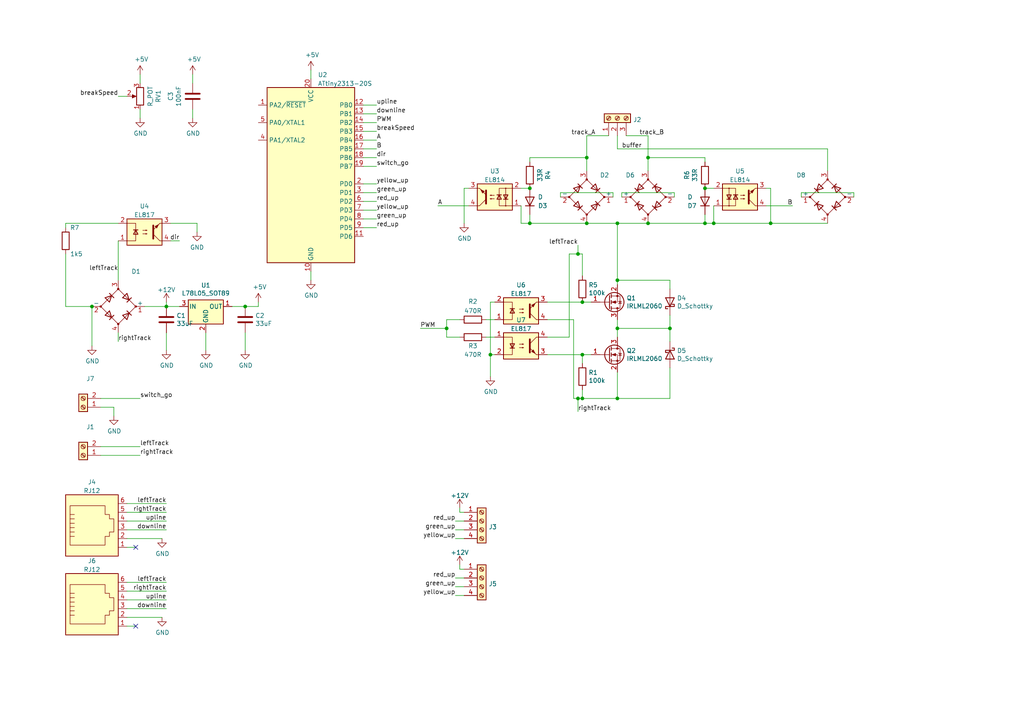
<source format=kicad_sch>
(kicad_sch (version 20211123) (generator eeschema)
  (paper "A4")
  (lib_symbols
    (symbol "Connector:RJ12" (pin_names (offset 1.016))
      (property "Reference" "J" (at -5.08 11.43 0))
      (property "Value" "RJ12" (at 2.54 11.43 0))
      (symbol "RJ12_0_1"
        (polyline (pts (xy -6.35 -1.905) (xy -5.08 -1.905) (xy -5.08 -1.905)))
        (polyline (pts (xy -6.35 -0.635) (xy -5.08 -0.635) (xy -5.08 -0.635)))
        (polyline (pts (xy -6.35 0.635) (xy -5.08 0.635) (xy -5.08 0.635)))
        (polyline (pts (xy -6.35 1.905) (xy -5.08 1.905) (xy -5.08 1.905)))
        (polyline (pts (xy -6.35 3.175) (xy -5.08 3.175) (xy -5.08 3.175)))
        (polyline (pts (xy -5.08 4.445) (xy -6.35 4.445) (xy -6.35 4.445)))
        (polyline (pts (xy -6.35 -4.445) (xy -6.35 6.985) (xy 3.81 6.985) (xy 3.81 4.445) (xy 5.08 4.445) (xy 5.08 3.175) (xy 6.35 3.175) (xy 6.35 -0.635) (xy 5.08 -0.635) (xy 5.08 -1.905) (xy 3.81 -1.905) (xy 3.81 -4.445) (xy -6.35 -4.445) (xy -6.35 -4.445)))
        (rectangle (start 7.62 10.16) (end -7.62 -7.62) (stroke (width 0.254)) (fill (type background)))
      )
      (symbol "RJ12_1_1"
        (pin passive line (at 10.16 -5.08 180) (length 2.54) (name "~") (number "1"))
        (pin passive line (at 10.16 -2.54 180) (length 2.54) (name "~") (number "2"))
        (pin passive line (at 10.16 0 180) (length 2.54) (name "~") (number "3"))
        (pin passive line (at 10.16 2.54 180) (length 2.54) (name "~") (number "4"))
        (pin passive line (at 10.16 5.08 180) (length 2.54) (name "~") (number "5"))
        (pin passive line (at 10.16 7.62 180) (length 2.54) (name "~") (number "6"))
      )
    )
    (symbol "Connector:Screw_Terminal_01x02" (pin_names (offset 1.016) hide)
      (property "Reference" "J" (at 0 2.54 0))
      (property "Value" "Screw_Terminal_01x02" (at 0 -5.08 0))
      (symbol "Screw_Terminal_01x02_1_1"
        (rectangle (start -1.27 1.27) (end 1.27 -3.81) (stroke (width 0.254)) (fill (type background)))
        (circle (center 0 -2.54) (radius 0.635) (stroke (width 0.1524)))
        (polyline (pts (xy -0.5334 -2.2098) (xy 0.3302 -3.048)) (stroke (width 0.1524)))
        (polyline (pts (xy -0.5334 0.3302) (xy 0.3302 -0.508)) (stroke (width 0.1524)))
        (polyline (pts (xy -0.3556 -2.032) (xy 0.508 -2.8702)) (stroke (width 0.1524)))
        (polyline (pts (xy -0.3556 0.508) (xy 0.508 -0.3302)) (stroke (width 0.1524)))
        (circle (center 0 0) (radius 0.635) (stroke (width 0.1524)))
        (pin passive line (at -5.08 0 0) (length 3.81) (name "Pin_1") (number "1"))
        (pin passive line (at -5.08 -2.54 0) (length 3.81) (name "Pin_2") (number "2"))
      )
    )
    (symbol "Connector:Screw_Terminal_01x03" (pin_names (offset 1.016) hide)
      (property "Reference" "J" (at 0 5.08 0))
      (property "Value" "Screw_Terminal_01x03" (at 0 -5.08 0))
      (symbol "Screw_Terminal_01x03_1_1"
        (rectangle (start -1.27 3.81) (end 1.27 -3.81) (stroke (width 0.254)) (fill (type background)))
        (circle (center 0 -2.54) (radius 0.635) (stroke (width 0.1524)))
        (polyline (pts (xy -0.5334 -2.2098) (xy 0.3302 -3.048)) (stroke (width 0.1524)))
        (polyline (pts (xy -0.5334 0.3302) (xy 0.3302 -0.508)) (stroke (width 0.1524)))
        (polyline (pts (xy -0.5334 2.8702) (xy 0.3302 2.032)) (stroke (width 0.1524)))
        (polyline (pts (xy -0.3556 -2.032) (xy 0.508 -2.8702)) (stroke (width 0.1524)))
        (polyline (pts (xy -0.3556 0.508) (xy 0.508 -0.3302)) (stroke (width 0.1524)))
        (polyline (pts (xy -0.3556 3.048) (xy 0.508 2.2098)) (stroke (width 0.1524)))
        (circle (center 0 0) (radius 0.635) (stroke (width 0.1524)))
        (circle (center 0 2.54) (radius 0.635) (stroke (width 0.1524)))
        (pin passive line (at -5.08 2.54 0) (length 3.81) (name "Pin_1") (number "1"))
        (pin passive line (at -5.08 0 0) (length 3.81) (name "Pin_2") (number "2"))
        (pin passive line (at -5.08 -2.54 0) (length 3.81) (name "Pin_3") (number "3"))
      )
    )
    (symbol "Connector:Screw_Terminal_01x04" (pin_names (offset 1.016) hide)
      (property "Reference" "J" (at 0 5.08 0))
      (property "Value" "Screw_Terminal_01x04" (at 0 -7.62 0))
      (symbol "Screw_Terminal_01x04_1_1"
        (rectangle (start -1.27 3.81) (end 1.27 -6.35) (stroke (width 0.254)) (fill (type background)))
        (circle (center 0 -5.08) (radius 0.635) (stroke (width 0.1524)))
        (circle (center 0 -2.54) (radius 0.635) (stroke (width 0.1524)))
        (polyline (pts (xy -0.5334 -4.7498) (xy 0.3302 -5.588)) (stroke (width 0.1524)))
        (polyline (pts (xy -0.5334 -2.2098) (xy 0.3302 -3.048)) (stroke (width 0.1524)))
        (polyline (pts (xy -0.5334 0.3302) (xy 0.3302 -0.508)) (stroke (width 0.1524)))
        (polyline (pts (xy -0.5334 2.8702) (xy 0.3302 2.032)) (stroke (width 0.1524)))
        (polyline (pts (xy -0.3556 -4.572) (xy 0.508 -5.4102)) (stroke (width 0.1524)))
        (polyline (pts (xy -0.3556 -2.032) (xy 0.508 -2.8702)) (stroke (width 0.1524)))
        (polyline (pts (xy -0.3556 0.508) (xy 0.508 -0.3302)) (stroke (width 0.1524)))
        (polyline (pts (xy -0.3556 3.048) (xy 0.508 2.2098)) (stroke (width 0.1524)))
        (circle (center 0 0) (radius 0.635) (stroke (width 0.1524)))
        (circle (center 0 2.54) (radius 0.635) (stroke (width 0.1524)))
        (pin passive line (at -5.08 2.54 0) (length 3.81) (name "Pin_1") (number "1"))
        (pin passive line (at -5.08 0 0) (length 3.81) (name "Pin_2") (number "2"))
        (pin passive line (at -5.08 -2.54 0) (length 3.81) (name "Pin_3") (number "3"))
        (pin passive line (at -5.08 -5.08 0) (length 3.81) (name "Pin_4") (number "4"))
      )
    )
    (symbol "Device:C" (pin_numbers hide) (pin_names (offset 0.254))
      (property "Reference" "C" (at 0.635 2.54 0))
      (property "Value" "C" (at 0.635 -2.54 0))
      (symbol "C_0_1"
        (polyline (pts (xy -2.032 -0.762) (xy 2.032 -0.762)) (stroke (width 0.508)))
        (polyline (pts (xy -2.032 0.762) (xy 2.032 0.762)) (stroke (width 0.508)))
      )
      (symbol "C_1_1"
        (pin passive line (at 0 3.81 270) (length 2.794) (name "~") (number "1"))
        (pin passive line (at 0 -3.81 90) (length 2.794) (name "~") (number "2"))
      )
    )
    (symbol "Device:D" (pin_numbers hide) (pin_names (offset 1.016) hide)
      (property "Reference" "D" (at 0 2.54 0))
      (property "Value" "D" (at 0 -2.54 0))
      (symbol "D_0_1"
        (polyline (pts (xy -1.27 1.27) (xy -1.27 -1.27)) (stroke (width 0.254)))
        (polyline (pts (xy 1.27 0) (xy -1.27 0)))
        (polyline (pts (xy 1.27 1.27) (xy 1.27 -1.27) (xy -1.27 0) (xy 1.27 1.27)) (stroke (width 0.254)))
      )
      (symbol "D_1_1"
        (pin passive line (at -3.81 0 0) (length 2.54) (name "K") (number "1"))
        (pin passive line (at 3.81 0 180) (length 2.54) (name "A") (number "2"))
      )
    )
    (symbol "Device:D_Bridge_+-AA" (pin_names (offset 0))
      (property "Reference" "D" (at 2.54 6.985 0))
      (property "Value" "D_Bridge_+-AA" (at 2.54 5.08 0))
      (symbol "D_Bridge_+-AA_0_1"
        (circle (center -5.08 0) (radius 0.254) (fill (type outline)))
        (circle (center 0 -5.08) (radius 0.254) (fill (type outline)))
        (polyline (pts (xy -2.54 3.81) (xy -1.27 2.54)) (stroke (width 0.254)))
        (polyline (pts (xy -1.27 -2.54) (xy -2.54 -3.81)) (stroke (width 0.254)))
        (polyline (pts (xy 2.54 -1.27) (xy 3.81 -2.54)) (stroke (width 0.254)))
        (polyline (pts (xy 2.54 1.27) (xy 3.81 2.54)) (stroke (width 0.254)))
        (polyline (pts (xy -3.81 2.54) (xy -2.54 1.27) (xy -1.905 3.175) (xy -3.81 2.54)) (stroke (width 0.254)))
        (polyline (pts (xy -2.54 -1.27) (xy -3.81 -2.54) (xy -1.905 -3.175) (xy -2.54 -1.27)) (stroke (width 0.254)))
        (polyline (pts (xy 1.27 2.54) (xy 2.54 3.81) (xy 3.175 1.905) (xy 1.27 2.54)) (stroke (width 0.254)))
        (polyline (pts (xy 3.175 -1.905) (xy 1.27 -2.54) (xy 2.54 -3.81) (xy 3.175 -1.905)) (stroke (width 0.254)))
        (polyline (pts (xy -5.08 0) (xy 0 -5.08) (xy 5.08 0) (xy 0 5.08) (xy -5.08 0)))
        (circle (center 0 5.08) (radius 0.254) (fill (type outline)))
        (circle (center 5.08 0) (radius 0.254) (fill (type outline)))
      )
      (symbol "D_Bridge_+-AA_1_1"
        (pin passive line (at 7.62 0 180) (length 2.54) (name "+") (number "1"))
        (pin passive line (at -7.62 0 0) (length 2.54) (name "-") (number "2"))
        (pin passive line (at 0 7.62 270) (length 2.54) (name "~") (number "3"))
        (pin passive line (at 0 -7.62 90) (length 2.54) (name "~") (number "4"))
      )
    )
    (symbol "Device:D_Schottky" (pin_numbers hide) (pin_names (offset 1.016) hide)
      (property "Reference" "D" (at 0 2.54 0))
      (property "Value" "D_Schottky" (at 0 -2.54 0))
      (symbol "D_Schottky_0_1"
        (polyline (pts (xy 1.27 0) (xy -1.27 0)))
        (polyline (pts (xy 1.27 1.27) (xy 1.27 -1.27) (xy -1.27 0) (xy 1.27 1.27)) (stroke (width 0.254)))
        (polyline (pts (xy -1.905 0.635) (xy -1.905 1.27) (xy -1.27 1.27) (xy -1.27 -1.27) (xy -0.635 -1.27) (xy -0.635 -0.635)) (stroke (width 0.254)))
      )
      (symbol "D_Schottky_1_1"
        (pin passive line (at -3.81 0 0) (length 2.54) (name "K") (number "1"))
        (pin passive line (at 3.81 0 180) (length 2.54) (name "A") (number "2"))
      )
    )
    (symbol "Device:R" (pin_numbers hide) (pin_names (offset 0))
      (property "Reference" "R" (at 2.032 0 90))
      (property "Value" "R" (at 0 0 90))
      (symbol "R_0_1"
        (rectangle (start -1.016 -2.54) (end 1.016 2.54) (stroke (width 0.254)))
      )
      (symbol "R_1_1"
        (pin passive line (at 0 3.81 270) (length 1.27) (name "~") (number "1"))
        (pin passive line (at 0 -3.81 90) (length 1.27) (name "~") (number "2"))
      )
    )
    (symbol "Device:R_POT" (pin_names (offset 1.016) hide)
      (property "Reference" "RV" (at -4.445 0 90))
      (property "Value" "Device_R_POT" (at -2.54 0 90))
      (symbol "R_POT_0_1"
        (polyline (pts (xy 2.54 0) (xy 1.524 0)))
        (polyline (pts (xy 1.143 0) (xy 2.286 0.508) (xy 2.286 -0.508) (xy 1.143 0)) (fill (type outline)))
        (rectangle (start 1.016 2.54) (end -1.016 -2.54) (stroke (width 0.254)))
      )
      (symbol "R_POT_1_1"
        (pin passive line (at 0 3.81 270) (length 1.27) (name "1") (number "1"))
        (pin passive line (at 3.81 0 180) (length 1.27) (name "2") (number "2"))
        (pin passive line (at 0 -3.81 90) (length 1.27) (name "3") (number "3"))
      )
    )
    (symbol "Isolator:EL814" (pin_names (offset 1.016))
      (property "Reference" "U" (at -5.334 4.826 0))
      (property "Value" "EL814" (at 0 5.08 0))
      (symbol "EL814_0_1"
        (rectangle (start -5.08 3.81) (end 5.08 -3.81) (stroke (width 0.254)) (fill (type background)))
        (circle (center -3.175 -2.54) (radius 0.127))
        (circle (center -3.175 2.54) (radius 0.127))
        (polyline (pts (xy -3.81 0.635) (xy -2.54 0.635)) (stroke (width 0.254)))
        (polyline (pts (xy -3.175 -0.635) (xy -3.175 -2.54)))
        (polyline (pts (xy -3.175 0.635) (xy -3.175 -0.635)))
        (polyline (pts (xy -3.175 0.635) (xy -3.175 2.54)))
        (polyline (pts (xy -1.905 -0.635) (xy -0.635 -0.635)) (stroke (width 0.254)))
        (polyline (pts (xy -1.27 0.635) (xy -1.27 -0.635)))
        (polyline (pts (xy 2.54 0.635) (xy 4.445 2.54)))
        (polyline (pts (xy 4.445 -2.54) (xy 2.54 -0.635)) (fill (type outline)))
        (polyline (pts (xy 4.445 -2.54) (xy 5.08 -2.54)))
        (polyline (pts (xy 4.445 2.54) (xy 5.08 2.54)))
        (polyline (pts (xy -5.08 2.54) (xy -1.27 2.54) (xy -1.27 0.635)))
        (polyline (pts (xy -1.27 -0.635) (xy -1.27 -2.54) (xy -5.08 -2.54)))
        (polyline (pts (xy 2.54 1.905) (xy 2.54 -1.905) (xy 2.54 -1.905)) (stroke (width 0.508)))
        (polyline (pts (xy -3.175 0.635) (xy -3.81 -0.635) (xy -2.54 -0.635) (xy -3.175 0.635)) (stroke (width 0.254)))
        (polyline (pts (xy -1.27 -0.635) (xy -1.905 0.635) (xy -0.635 0.635) (xy -1.27 -0.635)) (stroke (width 0.254)))
        (polyline (pts (xy 0.127 -0.508) (xy 1.397 -0.508) (xy 1.016 -0.635) (xy 1.016 -0.381) (xy 1.397 -0.508)))
        (polyline (pts (xy 0.127 0.508) (xy 1.397 0.508) (xy 1.016 0.381) (xy 1.016 0.635) (xy 1.397 0.508)))
        (polyline (pts (xy 3.048 -1.651) (xy 3.556 -1.143) (xy 4.064 -2.159) (xy 3.048 -1.651) (xy 3.048 -1.651)) (fill (type outline)))
      )
      (symbol "EL814_1_1"
        (pin passive line (at -7.62 2.54 0) (length 2.54) (name "~") (number "1"))
        (pin passive line (at -7.62 -2.54 0) (length 2.54) (name "~") (number "2"))
        (pin passive line (at 7.62 -2.54 180) (length 2.54) (name "~") (number "3"))
        (pin passive line (at 7.62 2.54 180) (length 2.54) (name "~") (number "4"))
      )
    )
    (symbol "Isolator:EL817" (pin_names (offset 1.016))
      (property "Reference" "U" (at -5.08 5.08 0))
      (property "Value" "EL817" (at 0 5.08 0))
      (symbol "EL817_0_1"
        (rectangle (start -5.08 3.81) (end 5.08 -3.81) (stroke (width 0.254)) (fill (type background)))
        (polyline (pts (xy -3.175 -0.635) (xy -1.905 -0.635)) (stroke (width 0.254)))
        (polyline (pts (xy 2.54 0.635) (xy 4.445 2.54)))
        (polyline (pts (xy 4.445 -2.54) (xy 2.54 -0.635)) (fill (type outline)))
        (polyline (pts (xy 4.445 -2.54) (xy 5.08 -2.54)))
        (polyline (pts (xy 4.445 2.54) (xy 5.08 2.54)))
        (polyline (pts (xy -5.08 2.54) (xy -2.54 2.54) (xy -2.54 -0.635)))
        (polyline (pts (xy -2.54 -0.635) (xy -2.54 -2.54) (xy -5.08 -2.54)))
        (polyline (pts (xy 2.54 1.905) (xy 2.54 -1.905) (xy 2.54 -1.905)) (stroke (width 0.508)))
        (polyline (pts (xy -2.54 -0.635) (xy -3.175 0.635) (xy -1.905 0.635) (xy -2.54 -0.635)) (stroke (width 0.254)))
        (polyline (pts (xy -0.508 -0.508) (xy 0.762 -0.508) (xy 0.381 -0.635) (xy 0.381 -0.381) (xy 0.762 -0.508)))
        (polyline (pts (xy -0.508 0.508) (xy 0.762 0.508) (xy 0.381 0.381) (xy 0.381 0.635) (xy 0.762 0.508)))
        (polyline (pts (xy 3.048 -1.651) (xy 3.556 -1.143) (xy 4.064 -2.159) (xy 3.048 -1.651) (xy 3.048 -1.651)) (fill (type outline)))
      )
      (symbol "EL817_1_1"
        (pin passive line (at -7.62 2.54 0) (length 2.54) (name "~") (number "1"))
        (pin passive line (at -7.62 -2.54 0) (length 2.54) (name "~") (number "2"))
        (pin passive line (at 7.62 -2.54 180) (length 2.54) (name "~") (number "3"))
        (pin passive line (at 7.62 2.54 180) (length 2.54) (name "~") (number "4"))
      )
    )
    (symbol "MCU_Microchip_ATtiny:ATtiny2313-20S"
      (property "Reference" "U" (at -12.7 26.67 0))
      (property "Value" "ATtiny2313-20S" (at 2.54 -26.67 0))
      (symbol "ATtiny2313-20S_0_1"
        (rectangle (start -12.7 -25.4) (end 12.7 25.4) (stroke (width 0.254)) (fill (type background)))
      )
      (symbol "ATtiny2313-20S_1_1"
        (pin bidirectional line (at -15.24 20.32 0) (length 2.54) (name "PA2/~{RESET}") (number "1"))
        (pin power_in line (at 0 -27.94 90) (length 2.54) (name "GND") (number "10"))
        (pin bidirectional line (at 15.24 -17.78 180) (length 2.54) (name "PD6") (number "11"))
        (pin bidirectional line (at 15.24 20.32 180) (length 2.54) (name "PB0") (number "12"))
        (pin bidirectional line (at 15.24 17.78 180) (length 2.54) (name "PB1") (number "13"))
        (pin bidirectional line (at 15.24 15.24 180) (length 2.54) (name "PB2") (number "14"))
        (pin bidirectional line (at 15.24 12.7 180) (length 2.54) (name "PB3") (number "15"))
        (pin bidirectional line (at 15.24 10.16 180) (length 2.54) (name "PB4") (number "16"))
        (pin bidirectional line (at 15.24 7.62 180) (length 2.54) (name "PB5") (number "17"))
        (pin bidirectional line (at 15.24 5.08 180) (length 2.54) (name "PB6") (number "18"))
        (pin bidirectional line (at 15.24 2.54 180) (length 2.54) (name "PB7") (number "19"))
        (pin bidirectional line (at 15.24 -2.54 180) (length 2.54) (name "PD0") (number "2"))
        (pin power_in line (at 0 27.94 270) (length 2.54) (name "VCC") (number "20"))
        (pin bidirectional line (at 15.24 -5.08 180) (length 2.54) (name "PD1") (number "3"))
        (pin bidirectional line (at -15.24 10.16 0) (length 2.54) (name "PA1/XTAL2") (number "4"))
        (pin bidirectional line (at -15.24 15.24 0) (length 2.54) (name "PA0/XTAL1") (number "5"))
        (pin bidirectional line (at 15.24 -7.62 180) (length 2.54) (name "PD2") (number "6"))
        (pin bidirectional line (at 15.24 -10.16 180) (length 2.54) (name "PD3") (number "7"))
        (pin bidirectional line (at 15.24 -12.7 180) (length 2.54) (name "PD4") (number "8"))
        (pin bidirectional line (at 15.24 -15.24 180) (length 2.54) (name "PD5") (number "9"))
      )
    )
    (symbol "Regulator_Linear:L78L05_SOT89" (pin_names (offset 0.254))
      (property "Reference" "U" (at -3.81 3.175 0))
      (property "Value" "L78L05_SOT89" (at -0.635 3.175 0))
      (symbol "L78L05_SOT89_0_1"
        (rectangle (start -5.08 1.905) (end 5.08 -5.08) (stroke (width 0.254)) (fill (type background)))
      )
      (symbol "L78L05_SOT89_1_1"
        (pin power_out line (at 7.62 0 180) (length 2.54) (name "OUT") (number "1"))
        (pin power_in line (at 0 -7.62 90) (length 2.54) (name "GND") (number "2"))
        (pin power_in line (at -7.62 0 0) (length 2.54) (name "IN") (number "3"))
      )
    )
    (symbol "Transistor_FET:IRLML2060" (pin_names hide)
      (property "Reference" "Q" (at 5.08 1.905 0))
      (property "Value" "IRLML2060" (at 5.08 0 0))
      (symbol "IRLML2060_0_1"
        (polyline (pts (xy 0.254 0) (xy -2.54 0)))
        (polyline (pts (xy 0.254 1.905) (xy 0.254 -1.905)) (stroke (width 0.254)))
        (polyline (pts (xy 0.762 -1.27) (xy 0.762 -2.286)) (stroke (width 0.254)))
        (polyline (pts (xy 0.762 0.508) (xy 0.762 -0.508)) (stroke (width 0.254)))
        (polyline (pts (xy 0.762 2.286) (xy 0.762 1.27)) (stroke (width 0.254)))
        (polyline (pts (xy 2.54 2.54) (xy 2.54 1.778)))
        (polyline (pts (xy 2.54 -2.54) (xy 2.54 0) (xy 0.762 0)))
        (polyline (pts (xy 0.762 -1.778) (xy 3.302 -1.778) (xy 3.302 1.778) (xy 0.762 1.778)))
        (polyline (pts (xy 1.016 0) (xy 2.032 0.381) (xy 2.032 -0.381) (xy 1.016 0)) (fill (type outline)))
        (polyline (pts (xy 2.794 0.508) (xy 2.921 0.381) (xy 3.683 0.381) (xy 3.81 0.254)))
        (polyline (pts (xy 3.302 0.381) (xy 2.921 -0.254) (xy 3.683 -0.254) (xy 3.302 0.381)))
        (circle (center 1.651 0) (radius 2.794) (stroke (width 0.254)))
        (circle (center 2.54 -1.778) (radius 0.254) (fill (type outline)))
        (circle (center 2.54 1.778) (radius 0.254) (fill (type outline)))
      )
      (symbol "IRLML2060_1_1"
        (pin input line (at -5.08 0 0) (length 2.54) (name "G") (number "1"))
        (pin passive line (at 2.54 -5.08 90) (length 2.54) (name "S") (number "2"))
        (pin passive line (at 2.54 5.08 270) (length 2.54) (name "D") (number "3"))
      )
    )
    (symbol "power:+12V" (power) (pin_names (offset 0))
      (property "Value" "+12V" (at 0 3.556 0))
      (symbol "+12V_0_1"
        (polyline (pts (xy -0.762 1.27) (xy 0 2.54)))
        (polyline (pts (xy 0 0) (xy 0 2.54)))
        (polyline (pts (xy 0 2.54) (xy 0.762 1.27)))
      )
      (symbol "+12V_1_1"
        (pin power_in line (at 0 0 90) (length 0) hide (name "+12V") (number "1"))
      )
    )
    (symbol "power:+5V" (power) (pin_names (offset 0))
      (property "Value" "+5V" (at 0 3.556 0))
      (symbol "+5V_0_1"
        (polyline (pts (xy -0.762 1.27) (xy 0 2.54)))
        (polyline (pts (xy 0 0) (xy 0 2.54)))
        (polyline (pts (xy 0 2.54) (xy 0.762 1.27)))
      )
      (symbol "+5V_1_1"
        (pin power_in line (at 0 0 90) (length 0) hide (name "+5V") (number "1"))
      )
    )
    (symbol "power:GND" (power) (pin_names (offset 0))
      (property "Value" "GND" (at 0 -3.81 0))
      (symbol "GND_0_1"
        (polyline (pts (xy 0 0) (xy 0 -1.27) (xy 1.27 -1.27) (xy 0 -2.54) (xy -1.27 -1.27) (xy 0 -1.27)))
      )
      (symbol "GND_1_1"
        (pin power_in line (at 0 0 270) (length 0) hide (name "GND") (number "1"))
      )
    )
  )
  (junction (at 223.52 64.77))
  (junction (at 167.64 73.66))
  (junction (at 142.24 102.87))
  (junction (at 179.07 95.25))
  (junction (at 179.07 115.57))
  (junction (at 194.31 95.25))
  (junction (at 170.18 45.72))
  (junction (at 26.67 88.9))
  (junction (at 48.26 88.9))
  (junction (at 153.67 64.77))
  (junction (at 167.64 115.57))
  (junction (at 179.07 64.77))
  (junction (at 168.91 115.57))
  (junction (at 170.18 64.77))
  (junction (at 204.47 54.61))
  (junction (at 179.07 81.28))
  (junction (at 129.54 95.25))
  (junction (at 168.91 87.63))
  (junction (at 168.91 102.87))
  (junction (at 207.01 64.77))
  (junction (at 187.96 45.72))
  (junction (at 204.47 64.77))
  (junction (at 71.12 88.9))
  (junction (at 153.67 54.61))
  (junction (at 187.96 64.77))
  (no_connect (at 39.37 158.75))
  (no_connect (at 39.37 181.61))
  (wire (pts (xy 168.91 113.03) (xy 168.91 115.57)))
  (wire (pts (xy 195.58 57.15) (xy 195.58 55.88)))
  (wire (pts (xy 142.24 109.22) (xy 142.24 102.87)))
  (wire (pts (xy 247.65 57.15) (xy 247.65 55.88)))
  (wire (pts (xy 179.07 92.71) (xy 179.07 95.25)))
  (wire (pts (xy 105.41 33.02) (xy 109.22 33.02)))
  (wire (pts (xy 204.47 54.61) (xy 207.01 54.61)))
  (wire (pts (xy 179.07 115.57) (xy 194.31 115.57)))
  (wire (pts (xy 48.26 87.63) (xy 48.26 88.9)))
  (wire (pts (xy 167.64 73.66) (xy 168.91 73.66)))
  (wire (pts (xy 158.75 97.79) (xy 165.1 97.79)))
  (wire (pts (xy 179.07 81.28) (xy 194.31 81.28)))
  (wire (pts (xy 179.07 64.77) (xy 187.96 64.77)))
  (wire (pts (xy 142.24 102.87) (xy 143.51 102.87)))
  (wire (pts (xy 59.69 96.52) (xy 59.69 101.6)))
  (wire (pts (xy 48.26 88.9) (xy 41.91 88.9)))
  (wire (pts (xy 168.91 73.66) (xy 168.91 80.01)))
  (wire (pts (xy 36.83 156.21) (xy 46.99 156.21)))
  (wire (pts (xy 29.21 129.54) (xy 40.64 129.54)))
  (wire (pts (xy 34.29 99.06) (xy 34.29 96.52)))
  (wire (pts (xy 162.56 57.15) (xy 162.56 55.88)))
  (wire (pts (xy 105.41 38.1) (xy 109.22 38.1)))
  (wire (pts (xy 207.01 64.77) (xy 223.52 64.77)))
  (wire (pts (xy 143.51 92.71) (xy 140.97 92.71)))
  (wire (pts (xy 165.1 73.66) (xy 167.64 73.66)))
  (wire (pts (xy 19.05 88.9) (xy 19.05 73.66)))
  (wire (pts (xy 170.18 45.72) (xy 170.18 49.53)))
  (wire (pts (xy 67.31 88.9) (xy 71.12 88.9)))
  (wire (pts (xy 132.08 153.67) (xy 134.62 153.67)))
  (wire (pts (xy 132.08 156.21) (xy 134.62 156.21)))
  (wire (pts (xy 26.67 88.9) (xy 19.05 88.9)))
  (wire (pts (xy 166.37 115.57) (xy 167.64 115.57)))
  (wire (pts (xy 153.67 45.72) (xy 170.18 45.72)))
  (wire (pts (xy 105.41 66.04) (xy 109.22 66.04)))
  (wire (pts (xy 134.62 54.61) (xy 135.89 54.61)))
  (wire (pts (xy 194.31 95.25) (xy 194.31 99.06)))
  (wire (pts (xy 34.29 69.85) (xy 34.29 81.28)))
  (wire (pts (xy 36.83 179.07) (xy 46.99 179.07)))
  (wire (pts (xy 40.64 132.08) (xy 29.21 132.08)))
  (wire (pts (xy 177.8 55.88) (xy 162.56 55.88)))
  (wire (pts (xy 48.26 148.59) (xy 36.83 148.59)))
  (wire (pts (xy 179.07 81.28) (xy 179.07 82.55)))
  (wire (pts (xy 36.83 151.13) (xy 48.26 151.13)))
  (wire (pts (xy 90.17 22.86) (xy 90.17 20.32)))
  (wire (pts (xy 133.35 163.83) (xy 133.35 165.1)))
  (wire (pts (xy 33.02 118.11) (xy 33.02 120.65)))
  (wire (pts (xy 171.45 102.87) (xy 168.91 102.87)))
  (wire (pts (xy 48.26 96.52) (xy 48.26 101.6)))
  (wire (pts (xy 26.67 88.9) (xy 26.67 100.33)))
  (wire (pts (xy 168.91 115.57) (xy 179.07 115.57)))
  (wire (pts (xy 171.45 87.63) (xy 168.91 87.63)))
  (wire (pts (xy 207.01 59.69) (xy 207.01 64.77)))
  (wire (pts (xy 133.35 97.79) (xy 129.54 97.79)))
  (wire (pts (xy 39.37 181.61) (xy 36.83 181.61)))
  (wire (pts (xy 168.91 102.87) (xy 168.91 105.41)))
  (wire (pts (xy 168.91 102.87) (xy 158.75 102.87)))
  (wire (pts (xy 176.53 39.37) (xy 170.18 39.37)))
  (wire (pts (xy 133.35 147.32) (xy 133.35 148.59)))
  (wire (pts (xy 55.88 24.13) (xy 55.88 21.59)))
  (wire (pts (xy 40.64 31.75) (xy 40.64 34.29)))
  (wire (pts (xy 222.25 59.69) (xy 229.87 59.69)))
  (wire (pts (xy 48.26 171.45) (xy 36.83 171.45)))
  (wire (pts (xy 180.34 55.88) (xy 195.58 55.88)))
  (wire (pts (xy 48.26 176.53) (xy 36.83 176.53)))
  (wire (pts (xy 194.31 106.68) (xy 194.31 115.57)))
  (wire (pts (xy 194.31 83.82) (xy 194.31 81.28)))
  (wire (pts (xy 105.41 55.88) (xy 109.22 55.88)))
  (wire (pts (xy 187.96 45.72) (xy 204.47 45.72)))
  (wire (pts (xy 232.41 55.88) (xy 247.65 55.88)))
  (wire (pts (xy 223.52 54.61) (xy 222.25 54.61)))
  (wire (pts (xy 57.15 64.77) (xy 57.15 67.31)))
  (wire (pts (xy 170.18 39.37) (xy 170.18 45.72)))
  (wire (pts (xy 167.64 115.57) (xy 167.64 119.38)))
  (wire (pts (xy 180.34 57.15) (xy 180.34 55.88)))
  (wire (pts (xy 129.54 95.25) (xy 121.92 95.25)))
  (wire (pts (xy 19.05 64.77) (xy 19.05 66.04)))
  (wire (pts (xy 132.08 170.18) (xy 134.62 170.18)))
  (wire (pts (xy 36.83 146.05) (xy 48.26 146.05)))
  (wire (pts (xy 39.37 158.75) (xy 36.83 158.75)))
  (wire (pts (xy 187.96 39.37) (xy 187.96 45.72)))
  (wire (pts (xy 71.12 88.9) (xy 74.93 88.9)))
  (wire (pts (xy 179.07 107.95) (xy 179.07 115.57)))
  (wire (pts (xy 105.41 48.26) (xy 109.22 48.26)))
  (wire (pts (xy 153.67 64.77) (xy 151.13 64.77)))
  (wire (pts (xy 49.53 64.77) (xy 57.15 64.77)))
  (wire (pts (xy 74.93 88.9) (xy 74.93 87.63)))
  (wire (pts (xy 90.17 78.74) (xy 90.17 81.28)))
  (wire (pts (xy 52.07 88.9) (xy 48.26 88.9)))
  (wire (pts (xy 151.13 59.69) (xy 151.13 64.77)))
  (wire (pts (xy 179.07 95.25) (xy 179.07 97.79)))
  (wire (pts (xy 204.47 45.72) (xy 204.47 46.99)))
  (wire (pts (xy 133.35 165.1) (xy 134.62 165.1)))
  (wire (pts (xy 179.07 64.77) (xy 179.07 81.28)))
  (wire (pts (xy 204.47 64.77) (xy 207.01 64.77)))
  (wire (pts (xy 105.41 60.96) (xy 109.22 60.96)))
  (wire (pts (xy 153.67 45.72) (xy 153.67 46.99)))
  (wire (pts (xy 143.51 87.63) (xy 142.24 87.63)))
  (wire (pts (xy 167.64 73.66) (xy 167.64 71.12)))
  (wire (pts (xy 105.41 40.64) (xy 109.22 40.64)))
  (wire (pts (xy 105.41 30.48) (xy 109.22 30.48)))
  (wire (pts (xy 132.08 172.72) (xy 134.62 172.72)))
  (wire (pts (xy 36.83 173.99) (xy 48.26 173.99)))
  (wire (pts (xy 105.41 43.18) (xy 109.22 43.18)))
  (wire (pts (xy 153.67 64.77) (xy 170.18 64.77)))
  (wire (pts (xy 153.67 62.23) (xy 153.67 64.77)))
  (wire (pts (xy 181.61 39.37) (xy 187.96 39.37)))
  (wire (pts (xy 194.31 95.25) (xy 179.07 95.25)))
  (wire (pts (xy 142.24 87.63) (xy 142.24 102.87)))
  (wire (pts (xy 167.64 115.57) (xy 168.91 115.57)))
  (wire (pts (xy 105.41 53.34) (xy 109.22 53.34)))
  (wire (pts (xy 133.35 148.59) (xy 134.62 148.59)))
  (wire (pts (xy 177.8 57.15) (xy 177.8 55.88)))
  (wire (pts (xy 187.96 64.77) (xy 204.47 64.77)))
  (wire (pts (xy 129.54 92.71) (xy 133.35 92.71)))
  (wire (pts (xy 166.37 92.71) (xy 166.37 115.57)))
  (wire (pts (xy 223.52 64.77) (xy 240.03 64.77)))
  (wire (pts (xy 55.88 34.29) (xy 55.88 31.75)))
  (wire (pts (xy 29.21 115.57) (xy 40.64 115.57)))
  (wire (pts (xy 194.31 91.44) (xy 194.31 95.25)))
  (wire (pts (xy 105.41 63.5) (xy 109.22 63.5)))
  (wire (pts (xy 71.12 96.52) (xy 71.12 101.6)))
  (wire (pts (xy 240.03 43.18) (xy 179.07 43.18)))
  (wire (pts (xy 158.75 92.71) (xy 166.37 92.71)))
  (wire (pts (xy 49.53 69.85) (xy 52.07 69.85)))
  (wire (pts (xy 40.64 21.59) (xy 40.64 24.13)))
  (wire (pts (xy 232.41 57.15) (xy 232.41 55.88)))
  (wire (pts (xy 129.54 95.25) (xy 129.54 92.71)))
  (wire (pts (xy 135.89 59.69) (xy 127 59.69)))
  (wire (pts (xy 19.05 64.77) (xy 34.29 64.77)))
  (wire (pts (xy 240.03 49.53) (xy 240.03 43.18)))
  (wire (pts (xy 129.54 97.79) (xy 129.54 95.25)))
  (wire (pts (xy 158.75 87.63) (xy 168.91 87.63)))
  (wire (pts (xy 29.21 118.11) (xy 33.02 118.11)))
  (wire (pts (xy 170.18 64.77) (xy 179.07 64.77)))
  (wire (pts (xy 105.41 58.42) (xy 109.22 58.42)))
  (wire (pts (xy 204.47 62.23) (xy 204.47 64.77)))
  (wire (pts (xy 187.96 45.72) (xy 187.96 49.53)))
  (wire (pts (xy 134.62 54.61) (xy 134.62 64.77)))
  (wire (pts (xy 48.26 153.67) (xy 36.83 153.67)))
  (wire (pts (xy 105.41 35.56) (xy 109.22 35.56)))
  (wire (pts (xy 165.1 97.79) (xy 165.1 73.66)))
  (wire (pts (xy 105.41 45.72) (xy 109.22 45.72)))
  (wire (pts (xy 223.52 54.61) (xy 223.52 64.77)))
  (wire (pts (xy 36.83 168.91) (xy 48.26 168.91)))
  (wire (pts (xy 179.07 43.18) (xy 179.07 39.37)))
  (wire (pts (xy 132.08 167.64) (xy 134.62 167.64)))
  (wire (pts (xy 36.83 27.94) (xy 34.29 27.94)))
  (wire (pts (xy 143.51 97.79) (xy 140.97 97.79)))
  (wire (pts (xy 153.67 54.61) (xy 151.13 54.61)))
  (wire (pts (xy 132.08 151.13) (xy 134.62 151.13)))
  (label "yellow_up" (at 109.22 53.34 0))
  (label "rightTrack" (at 48.26 148.59 180))
  (label "yellow_up" (at 132.08 172.72 180))
  (label "rightTrack" (at 167.64 119.38 0))
  (label "leftTrack" (at 48.26 168.91 180))
  (label "leftTrack" (at 40.64 129.54 0))
  (label "PWM" (at 121.92 95.25 0))
  (label "downline" (at 48.26 176.53 180))
  (label "rightTrack" (at 48.26 171.45 180))
  (label "downline" (at 109.22 33.02 0))
  (label "buffer" (at 180.34 43.18 0))
  (label "B" (at 229.87 59.69 180))
  (label "dir" (at 52.07 69.85 180))
  (label "B" (at 109.22 43.18 0))
  (label "switch_go" (at 109.22 48.26 0))
  (label "track_A" (at 172.72 39.37 180))
  (label "leftTrack" (at 48.26 146.05 180))
  (label "red_up" (at 132.08 167.64 180))
  (label "rightTrack" (at 34.29 99.06 0))
  (label "downline" (at 48.26 153.67 180))
  (label "red_up" (at 109.22 66.04 0))
  (label "green_up" (at 109.22 63.5 0))
  (label "yellow_up" (at 132.08 156.21 180))
  (label "red_up" (at 132.08 151.13 180))
  (label "breakSpeed" (at 34.29 27.94 180))
  (label "upline" (at 48.26 173.99 180))
  (label "PWM" (at 109.22 35.56 0))
  (label "red_up" (at 109.22 58.42 0))
  (label "green_up" (at 132.08 170.18 180))
  (label "leftTrack" (at 167.64 71.12 180))
  (label "upline" (at 48.26 151.13 180))
  (label "A" (at 109.22 40.64 0))
  (label "leftTrack" (at 34.29 78.74 180))
  (label "track_B" (at 185.42 39.37 0))
  (label "switch_go" (at 40.64 115.57 0))
  (label "green_up" (at 109.22 55.88 0))
  (label "A" (at 127 59.69 0))
  (label "upline" (at 109.22 30.48 0))
  (label "rightTrack" (at 40.64 132.08 0))
  (label "green_up" (at 132.08 153.67 180))
  (label "dir" (at 109.22 45.72 0))
  (label "breakSpeed" (at 109.22 38.1 0))
  (label "yellow_up" (at 109.22 60.96 0))
  (symbol (lib_id "Device:D_Bridge_+-AA") (at 34.29 88.9 0) (unit 1)
    (property "Reference" "D1" (at 38.1 78.74 0) (effects (justify left)))
    (property "Value" "D_Bridge" (effects hide))
    (property "Footprint" "Package_TO_SOT_SMD:TO-269AA" (effects hide))
  )
  (symbol (lib_id "Device:R") (at 137.16 92.71 90) (unit 1)
    (property "Reference" "R2" (at 137.16 87.4522 90))
    (property "Value" "470R" (at 137.16 90.17 90))
    (property "Footprint" "Resistor_SMD:R_0805_2012Metric_Pad1.20x1.40mm_HandSolder" (effects hide))
  )
  (symbol (lib_id "Device:R") (at 137.16 97.79 90) (unit 1)
    (property "Reference" "R3" (at 137.16 100.33 90))
    (property "Value" "470R" (at 137.16 102.87 90))
    (property "Footprint" "Resistor_SMD:R_0805_2012Metric_Pad1.20x1.40mm_HandSolder" (effects hide))
  )
  (symbol (lib_id "Device:D") (at 153.67 58.42 90) (unit 1)
    (property "Reference" "D3" (at 158.75 59.69 90) (effects (justify left)))
    (property "Value" "D" (at 157.48 57.15 90) (effects (justify left)))
    (property "Footprint" "Diode_SMD:D_0805_2012Metric" (effects hide))
  )
  (symbol (lib_id "Device:R") (at 153.67 50.8 0) (mirror x) (unit 1)
    (property "Reference" "R4" (at 158.9278 50.8 90))
    (property "Value" "33R" (at 156.6164 50.8 90))
    (property "Footprint" "Resistor_SMD:R_0805_2012Metric_Pad1.20x1.40mm_HandSolder" (effects hide))
  )
  (symbol (lib_id "Device:R_POT") (at 40.64 27.94 180) (unit 1)
    (property "Reference" "RV1" (at 45.8978 27.94 90))
    (property "Value" "R_POT" (at 43.5864 27.94 90))
    (property "Footprint" "Potentiometer_SMD:Potentiometer_Bourns_TC33X_Vertical" (effects hide))
  )
  (symbol (lib_id "power:+5V") (at 40.64 21.59 0) (unit 1)
    (property "Reference" "#PWR0102" (effects hide))
    (property "Value" "+5V" (at 41.021 17.1958 0))
  )
  (symbol (lib_id "power:GND") (at 40.64 34.29 0) (unit 1)
    (property "Reference" "#PWR0103" (effects hide))
    (property "Value" "GND" (at 40.767 38.6842 0))
  )
  (symbol (lib_id "power:+5V") (at 90.17 20.32 0) (unit 1)
    (property "Reference" "#PWR0104" (effects hide))
    (property "Value" "+5V" (at 90.551 15.9258 0))
  )
  (symbol (lib_id "Device:C") (at 48.26 92.71 0) (unit 1)
    (property "Reference" "C1" (at 51.181 91.5416 0) (effects (justify left)))
    (property "Value" "33uF" (at 51.181 93.853 0) (effects (justify left)))
    (property "Footprint" "Capacitor_SMD:C_Elec_5x5.4" (effects hide))
  )
  (symbol (lib_id "Device:C") (at 71.12 92.71 0) (unit 1)
    (property "Reference" "C2" (at 74.041 91.5416 0) (effects (justify left)))
    (property "Value" "33uF" (at 74.041 93.853 0) (effects (justify left)))
    (property "Footprint" "Capacitor_SMD:C_Elec_5x5.4" (effects hide))
  )
  (symbol (lib_id "Transistor_FET:IRLML2060") (at 176.53 87.63 0) (mirror x) (unit 1)
    (property "Reference" "Q1" (at 181.7116 86.4616 0) (effects (justify left)))
    (property "Value" "IRLML2060" (at 181.7116 88.773 0) (effects (justify left)))
    (property "Footprint" "Package_TO_SOT_SMD:SOT-23" (effects hide))
    (property "Datasheet" "https://www.infineon.com/dgdl/irlml2060pbf.pdf?fileId=5546d462533600a401535664b7fb25ee" (effects hide))
  )
  (symbol (lib_id "Device:R") (at 168.91 83.82 0) (unit 1)
    (property "Reference" "R5" (at 170.688 82.6516 0) (effects (justify left)))
    (property "Value" "100k" (at 170.688 84.963 0) (effects (justify left)))
    (property "Footprint" "Resistor_SMD:R_0805_2012Metric_Pad1.20x1.40mm_HandSolder" (effects hide))
  )
  (symbol (lib_id "Transistor_FET:IRLML2060") (at 176.53 102.87 0) (unit 1)
    (property "Reference" "Q2" (at 181.7116 101.7016 0) (effects (justify left)))
    (property "Value" "IRLML2060" (at 181.7116 104.013 0) (effects (justify left)))
    (property "Footprint" "Package_TO_SOT_SMD:SOT-23" (effects hide))
    (property "Datasheet" "https://www.infineon.com/dgdl/irlml2060pbf.pdf?fileId=5546d462533600a401535664b7fb25ee" (effects hide))
  )
  (symbol (lib_id "Device:D_Schottky") (at 194.31 87.63 90) (unit 1)
    (property "Reference" "D4" (at 196.342 86.4616 90) (effects (justify right)))
    (property "Value" "D_Schottky" (at 196.342 88.773 90) (effects (justify right)))
    (property "Footprint" "Diode_SMD:D_0805_2012Metric" (effects hide))
  )
  (symbol (lib_id "Device:D_Schottky") (at 194.31 102.87 270) (unit 1)
    (property "Reference" "D5" (at 196.342 101.7016 90) (effects (justify left)))
    (property "Value" "D_Schottky" (at 196.342 104.013 90) (effects (justify left)))
    (property "Footprint" "Diode_SMD:D_0805_2012Metric" (effects hide))
  )
  (symbol (lib_id "Connector:Screw_Terminal_01x02") (at 24.13 132.08 180) (unit 1)
    (property "Reference" "J1" (at 26.2128 123.825 0))
    (property "Value" "Screw_Terminal_01x02" (effects hide))
    (property "Footprint" "TerminalBlock_Phoenix:TerminalBlock_Phoenix_MKDS-1,5-2-5.08_1x02_P5.08mm_Horizontal" (effects hide))
  )
  (symbol (lib_id "Device:C") (at 55.88 27.94 180) (unit 1)
    (property "Reference" "C3" (at 49.4792 27.94 90))
    (property "Value" "100nF" (at 51.7906 27.94 90))
    (property "Footprint" "Capacitor_SMD:C_0805_2012Metric" (effects hide))
  )
  (symbol (lib_id "Regulator_Linear:L78L05_SOT89") (at 59.69 88.9 0) (unit 1)
    (property "Reference" "U1" (at 59.69 82.7532 0))
    (property "Value" "L78L05_SOT89" (at 59.69 85.0646 0))
    (property "Footprint" "Package_TO_SOT_SMD:SOT-89-3" (effects hide))
    (property "Datasheet" "http://www.st.com/content/ccc/resource/technical/document/datasheet/15/55/e5/aa/23/5b/43/fd/CD00000446.pdf/files/CD00000446.pdf/jcr:content/translations/en.CD00000446.pdf" (effects hide))
  )
  (symbol (lib_id "Device:D_Bridge_+-AA") (at 170.18 57.15 0) (unit 1)
    (property "Reference" "D2" (at 173.99 50.8 0) (effects (justify left)))
    (property "Value" "D_Bridge_+-AA" (effects hide))
    (property "Footprint" "Package_TO_SOT_SMD:TO-269AA" (effects hide))
  )
  (symbol (lib_id "Device:D") (at 204.47 58.42 270) (mirror x) (unit 1)
    (property "Reference" "D7" (at 199.39 59.69 90) (effects (justify left)))
    (property "Value" "D" (at 199.39 57.15 90) (effects (justify left)))
    (property "Footprint" "Diode_SMD:D_0805_2012Metric" (effects hide))
  )
  (symbol (lib_id "Device:R") (at 204.47 50.8 180) (unit 1)
    (property "Reference" "R6" (at 199.2122 50.8 90))
    (property "Value" "33R" (at 201.5236 50.8 90))
    (property "Footprint" "Resistor_SMD:R_0805_2012Metric_Pad1.20x1.40mm_HandSolder" (effects hide))
  )
  (symbol (lib_id "Device:D_Bridge_+-AA") (at 187.96 57.15 0) (mirror y) (unit 1)
    (property "Reference" "D6" (at 184.15 50.8 0) (effects (justify left)))
    (property "Value" "D_Bridge_+-AA" (effects hide))
    (property "Footprint" "Package_TO_SOT_SMD:TO-269AA" (effects hide))
  )
  (symbol (lib_id "Device:R") (at 168.91 109.22 0) (unit 1)
    (property "Reference" "R1" (at 170.688 108.0516 0) (effects (justify left)))
    (property "Value" "100k" (at 170.688 110.363 0) (effects (justify left)))
    (property "Footprint" "Resistor_SMD:R_0805_2012Metric_Pad1.20x1.40mm_HandSolder" (effects hide))
  )
  (symbol (lib_id "power:GND") (at 90.17 81.28 0) (unit 1)
    (property "Reference" "#PWR0106" (effects hide))
    (property "Value" "GND" (at 90.297 85.6742 0))
  )
  (symbol (lib_id "power:GND") (at 55.88 34.29 0) (unit 1)
    (property "Reference" "#PWR0107" (effects hide))
    (property "Value" "GND" (at 56.007 38.6842 0))
  )
  (symbol (lib_id "power:+5V") (at 55.88 21.59 0) (unit 1)
    (property "Reference" "#PWR0108" (effects hide))
    (property "Value" "+5V" (at 56.261 17.1958 0))
  )
  (symbol (lib_id "power:+5V") (at 74.93 87.63 0) (unit 1)
    (property "Reference" "#PWR0109" (effects hide))
    (property "Value" "+5V" (at 75.311 83.2358 0))
  )
  (symbol (lib_id "power:GND") (at 71.12 101.6 0) (unit 1)
    (property "Reference" "#PWR0110" (effects hide))
    (property "Value" "GND" (at 71.247 105.9942 0))
  )
  (symbol (lib_id "power:GND") (at 59.69 101.6 0) (unit 1)
    (property "Reference" "#PWR0111" (effects hide))
    (property "Value" "GND" (at 59.817 105.9942 0))
  )
  (symbol (lib_id "power:GND") (at 48.26 101.6 0) (unit 1)
    (property "Reference" "#PWR0112" (effects hide))
    (property "Value" "GND" (at 48.387 105.9942 0))
  )
  (symbol (lib_id "power:GND") (at 26.67 100.33 0) (unit 1)
    (property "Reference" "#PWR0113" (effects hide))
    (property "Value" "GND" (at 26.797 104.7242 0))
  )
  (symbol (lib_id "power:GND") (at 142.24 109.22 0) (unit 1)
    (property "Reference" "#PWR0115" (effects hide))
    (property "Value" "GND" (at 142.367 113.6142 0))
  )
  (symbol (lib_id "power:GND") (at 134.62 64.77 0) (unit 1)
    (property "Reference" "#PWR0116" (effects hide))
    (property "Value" "GND" (at 134.747 69.1642 0))
  )
  (symbol (lib_id "Connector:Screw_Terminal_01x03") (at 179.07 34.29 90) (unit 1)
    (property "Reference" "J2" (at 183.642 34.7238 90) (effects (justify right)))
    (property "Value" "Screw_Terminal_01x03" (effects hide))
    (property "Footprint" "TerminalBlock_Phoenix:TerminalBlock_Phoenix_MKDS-1,5-3-5.08_1x03_P5.08mm_Horizontal" (effects hide))
  )
  (symbol (lib_id "power:GND") (at 46.99 156.21 0) (unit 1)
    (property "Reference" "#PWR0117" (effects hide))
    (property "Value" "GND" (at 47.117 160.6042 0))
  )
  (symbol (lib_id "MCU_Microchip_ATtiny:ATtiny2313-20S") (at 90.17 50.8 0) (unit 1)
    (property "Reference" "U2" (at 92.1894 21.7002 0) (effects (justify left)))
    (property "Value" "ATtiny2313-20S" (at 92.1894 24.2371 0) (effects (justify left)))
    (property "Footprint" "Package_SO:SOIC-20W_7.5x12.8mm_P1.27mm" (effects hide))
    (property "Datasheet" "http://ww1.microchip.com/downloads/en/DeviceDoc/Atmel-2543-AVR-ATtiny2313_Datasheet.pdf" (effects hide))
  )
  (symbol (lib_id "Isolator:EL817") (at 41.91 67.31 0) (mirror x) (unit 1)
    (property "Reference" "U4" (at 41.91 59.8002 0))
    (property "Value" "EL817" (at 41.91 62.3371 0))
    (property "Footprint" "Package_DIP:SMDIP-4_W9.53mm" (effects hide))
    (property "Datasheet" "http://www.everlight.com/file/ProductFile/EL817.pdf" (effects hide))
  )
  (symbol (lib_id "Device:D_Bridge_+-AA") (at 240.03 57.15 0) (mirror y) (unit 1)
    (property "Reference" "D8" (at 233.68 50.8 0) (effects (justify left)))
    (property "Value" "D_Bridge_+-AA" (effects hide))
    (property "Footprint" "Package_TO_SOT_SMD:TO-269AA" (effects hide))
  )
  (symbol (lib_id "Connector:RJ12") (at 26.67 153.67 0) (unit 1)
    (property "Reference" "J4" (at 26.67 139.8102 0))
    (property "Value" "RJ12" (at 26.67 142.3471 0))
    (property "Footprint" "Connector_RJ:RJ12_Amphenol_54601" (effects hide))
  )
  (symbol (lib_id "power:GND") (at 57.15 67.31 0) (unit 1)
    (property "Reference" "#PWR0114" (effects hide))
    (property "Value" "GND" (at 57.15 71.7534 0))
  )
  (symbol (lib_id "Connector:Screw_Terminal_01x04") (at 139.7 167.64 0) (unit 1)
    (property "Reference" "J5" (at 141.732 169.3438 0) (effects (justify left)))
    (property "Value" "signal" (effects hide))
    (property "Footprint" "TerminalBlock_Phoenix:TerminalBlock_Phoenix_MPT-0,5-4-2.54_1x04_P2.54mm_Horizontal" (effects hide))
  )
  (symbol (lib_id "power:+12V") (at 48.26 87.63 0) (unit 1)
    (property "Reference" "#PWR?" (effects hide))
    (property "Value" "+12V" (at 48.26 84.0542 0))
  )
  (symbol (lib_id "Isolator:EL814") (at 214.63 57.15 0) (mirror x) (unit 1)
    (property "Reference" "U5" (at 214.63 49.6402 0))
    (property "Value" "EL814" (at 214.63 52.1771 0))
    (property "Footprint" "Package_DIP:SMDIP-4_W9.53mm" (effects hide))
    (property "Datasheet" "http://www.everlight.com/file/ProductFile/EL814.pdf" (effects hide))
  )
  (symbol (lib_id "Connector:Screw_Terminal_01x02") (at 24.13 118.11 180) (unit 1)
    (property "Reference" "J7" (at 26.2128 109.855 0))
    (property "Value" "Screw_Terminal_01x02" (effects hide))
    (property "Footprint" "TerminalBlock_Phoenix:TerminalBlock_Phoenix_MKDS-1,5-2-5.08_1x02_P5.08mm_Horizontal" (effects hide))
  )
  (symbol (lib_id "power:GND") (at 33.02 120.65 0) (unit 1)
    (property "Reference" "#PWR0119" (effects hide))
    (property "Value" "GND" (at 33.147 125.0442 0))
  )
  (symbol (lib_id "Connector:RJ12") (at 26.67 176.53 0) (unit 1)
    (property "Reference" "J6" (at 26.67 162.6702 0))
    (property "Value" "RJ12" (at 26.67 165.2071 0))
    (property "Footprint" "Connector_RJ:RJ12_Amphenol_54601" (effects hide))
  )
  (symbol (lib_id "Isolator:EL817") (at 151.13 90.17 0) (mirror x) (unit 1)
    (property "Reference" "U6" (at 151.13 82.6602 0))
    (property "Value" "EL817" (at 151.13 85.1971 0))
    (property "Footprint" "Package_DIP:SMDIP-4_W9.53mm" (effects hide))
    (property "Datasheet" "http://www.everlight.com/file/ProductFile/EL817.pdf" (effects hide))
  )
  (symbol (lib_id "Device:R") (at 19.05 69.85 0) (unit 1)
    (property "Reference" "R7" (at 20.32 66.04 0) (effects (justify left)))
    (property "Value" "1k5" (at 20.32 73.66 0) (effects (justify left)))
    (property "Footprint" "Resistor_SMD:R_0805_2012Metric_Pad1.20x1.40mm_HandSolder" (effects hide))
    (property "JLCPCB Part#" "C4310" (effects hide))
  )
  (symbol (lib_id "Isolator:EL814") (at 143.51 57.15 180) (unit 1)
    (property "Reference" "U3" (at 143.51 49.6402 0))
    (property "Value" "EL814" (at 143.51 52.1771 0))
    (property "Footprint" "Package_DIP:SMDIP-4_W9.53mm" (effects hide))
    (property "Datasheet" "http://www.everlight.com/file/ProductFile/EL814.pdf" (effects hide))
  )
  (symbol (lib_id "power:+12V") (at 133.35 163.83 0) (unit 1)
    (property "Reference" "#PWR0105" (effects hide))
    (property "Value" "+12V" (at 133.35 160.2542 0))
  )
  (symbol (lib_id "power:+12V") (at 133.35 147.32 0) (unit 1)
    (property "Reference" "#PWR0101" (effects hide))
    (property "Value" "+12V" (at 133.35 143.7442 0))
  )
  (symbol (lib_id "power:GND") (at 46.99 179.07 0) (unit 1)
    (property "Reference" "#PWR0118" (effects hide))
    (property "Value" "GND" (at 47.117 183.4642 0))
  )
  (symbol (lib_id "Isolator:EL817") (at 151.13 100.33 0) (unit 1)
    (property "Reference" "U7" (at 151.13 92.8202 0))
    (property "Value" "EL817" (at 151.13 95.3571 0))
    (property "Footprint" "Package_DIP:SMDIP-4_W9.53mm" (effects hide))
    (property "Datasheet" "http://www.everlight.com/file/ProductFile/EL817.pdf" (effects hide))
  )
  (symbol (lib_id "Connector:Screw_Terminal_01x04") (at 139.7 151.13 0) (unit 1)
    (property "Reference" "J3" (at 141.732 152.8338 0) (effects (justify left)))
    (property "Value" "signal" (effects hide))
    (property "Footprint" "TerminalBlock_Phoenix:TerminalBlock_Phoenix_MPT-0,5-4-2.54_1x04_P2.54mm_Horizontal" (effects hide))
  )
)
</source>
